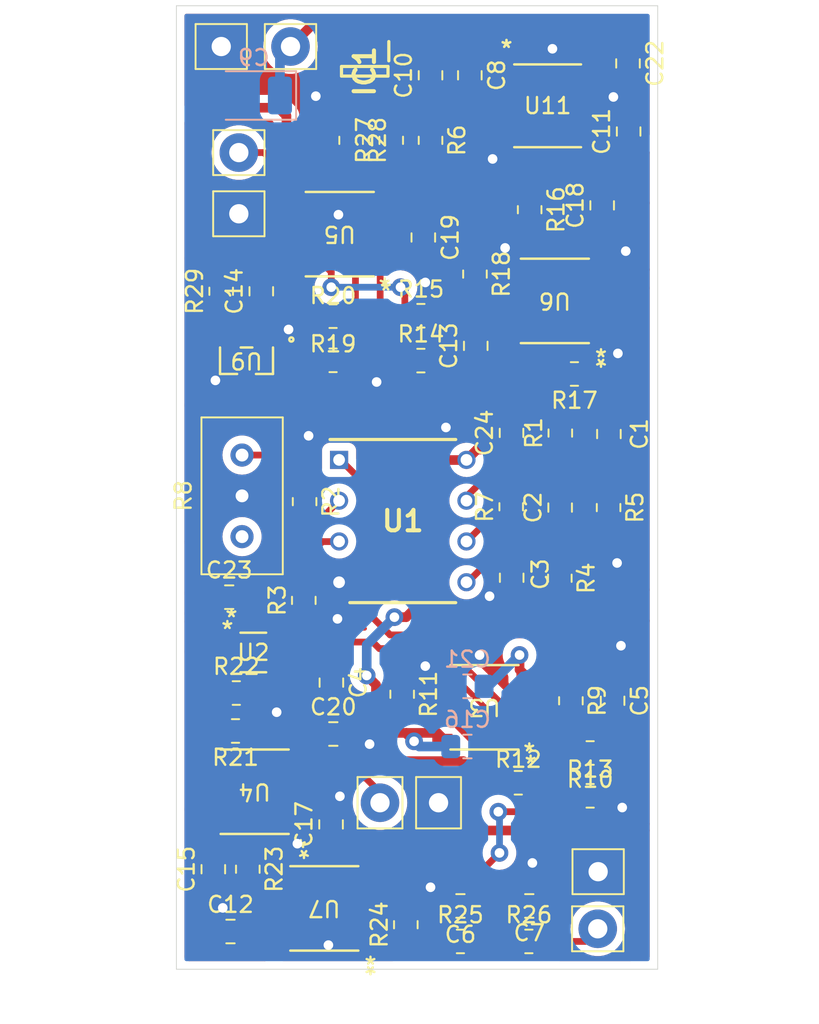
<source format=kicad_pcb>
(kicad_pcb (version 20240108) (generator "pcbnew") (generator_version "8.0")
  (layers (0 "F.Cu" signal) (31 "B.Cu" signal) (34 "B.Paste" user) (35 "F.Paste" user) (36 "B.SilkS" user "B.Silkscreen") (37 "F.SilkS" user "F.Silkscreen") (38 "B.Mask" user) (39 "F.Mask" user) (44 "Edge.Cuts" user))
  (net 0 "")
  (net 1 "GND")
  (net 2 "Net-(U1-COMPIN)")
  (net 3 "Net-(U1-RC)")
  (net 4 "Net-(U1-IREF)")
  (net 5 "/Vin")
  (net 6 "/F1")
  (net 7 "Net-(U2-D)")
  (net 8 "Net-(C2-Pad2)")
  (net 9 "Net-(C5-Pad2)")
  (net 10 "Net-(U2-S2)")
  (net 11 "Net-(R11-Pad2)")
  (net 12 "Net-(IC1-NC{slash}FB)")
  (net 13 "Net-(R16-Pad2)")
  (net 14 "Net-(R27-Pad1)")
  (net 15 "/Ux")
  (net 16 "/Uy")
  (net 17 "Net-(U5A-+)")
  (net 19 "Net-(U5B--)")
  (net 23 "Net-(U3B--)")
  (net 24 "Net-(R24-Pad1)")
  (net 25 "Net-(C6-Pad1)")
  (net 26 "/Vout")
  (net 27 "/Vdd")
  (net 28 "/Vcc")
  (net 29 "Net-(U11-CAP-)")
  (net 30 "Net-(U11-CAP+)")
  (net 31 "/Vss")
  (net 32 "Net-(U1-IOUT)")
  (net 33 "Net-(U2-S1)")
  (net 34 "Net-(U6A--)")
  (net 35 "Net-(U7A--)")
  (net 36 "Net-(U5A--)")
  (net 37 "Net-(U6B--)")
  (net 38 "Net-(U9-CATHODE)")
  (net 39 "Net-(U4B--)")
  (net 40 "Net-(U4B-+)")
  (net 41 "Net-(U7A-+)")
  (net 45 "Net-(R2-Pad1)")
  (footprint "Resistor_SMD:R_0805_2012Metric_Pad1.20x1.40mm_HandSolder" (layer "F.Cu") (at 113.3602 90.2462 90)
    (property "Reference" "R24")
    (property "Value" "R")
  )
  (footprint "Resistor_SMD:R_0805_2012Metric_Pad1.20x1.40mm_HandSolder" (layer "F.Cu") (at 120.3706 81.407)
    (property "Reference" "R12")
    (property "Value" "R")
  )
  (footprint "my_custom:TC7660COA" (layer "F.Cu") (at 122.2 39.25)
    (property "Reference" "U11")
    (property "Value" "TC7660COA")
  )
  (footprint "Resistor_SMD:R_0805_2012Metric_Pad1.20x1.40mm_HandSolder" (layer "F.Cu") (at 103.51 86.79 -90)
    (property "Reference" "R23")
    (property "Value" "R")
  )
  (footprint "Capacitor_SMD:C_0805_2012Metric_Pad1.18x1.45mm_HandSolder" (layer "F.Cu") (at 104.35 50.8 90)
    (property "Reference" "C14")
    (property "Value" "C")
  )
  (footprint "Resistor_SMD:R_0805_2012Metric_Pad1.20x1.40mm_HandSolder" (layer "F.Cu") (at 119.93 64.22 90)
    (property "Reference" "R7")
    (property "Value" "R")
  )
  (footprint "Capacitor_SMD:C_0805_2012Metric_Pad1.18x1.45mm_HandSolder" (layer "F.Cu") (at 127.25 40.85 90)
    (property "Reference" "C11")
    (property "Value" "C")
  )
  (footprint "my_custom:TLV2372_D8-L" (layer "F.Cu") (at 109.2418 47.244 180)
    (property "Reference" "U5")
    (property "Value" "TLV2372ID")
  )
  (footprint "Resistor_SMD:R_0805_2012Metric_Pad1.20x1.40mm_HandSolder" (layer "F.Cu") (at 114.3 52.324)
    (property "Reference" "R15")
    (property "Value" "R")
  )
  (footprint "Connector_Pin:Pin_D1.2mm_L11.3mm_W3.0mm_Flat" (layer "F.Cu") (at 102.95 42.164)
    (property "Reference" "REF**" (hide yes))
    (property "Value" "Pin_D1.2mm_L11.3mm_W3.0mm_Flat")
  )
  (footprint "Resistor_SMD:R_0805_2012Metric_Pad1.20x1.40mm_HandSolder" (layer "F.Cu") (at 124.85 82.2198)
    (property "Reference" "R13")
    (property "Value" "R")
  )
  (footprint "Capacitor_SMD:C_0805_2012Metric_Pad1.18x1.45mm_HandSolder" (layer "F.Cu") (at 102.35 69.85)
    (property "Reference" "C23")
    (property "Value" "C")
  )
  (footprint "Resistor_SMD:R_0805_2012Metric_Pad1.20x1.40mm_HandSolder" (layer "F.Cu") (at 113.1316 75.8952 -90)
    (property "Reference" "R11")
    (property "Value" "R")
  )
  (footprint "Capacitor_SMD:C_0805_2012Metric_Pad1.18x1.45mm_HandSolder" (layer "F.Cu") (at 116.7638 89.0778 180)
    (property "Reference" "C6")
    (property "Value" "C")
  )
  (footprint "my_custom:KS_6_ADI" (layer "F.Cu") (at 103.85425 73.293999)
    (property "Reference" "U2")
    (property "Value" "ADG779BKSZ-REEL7")
  )
  (footprint "my_custom:LM331_ofc" (layer "F.Cu") (at 113.17 65.11)
    (property "Reference" "U1")
    (property "Value" "LM331AN/NOPB" (hide yes))
  )
  (footprint "my_custom:TLV2372_D8-L" (layer "F.Cu") (at 108.2802 89.2302 180)
    (property "Reference" "U7")
    (property "Value" "TLV2372ID")
  )
  (footprint "Resistor_SMD:R_0805_2012Metric_Pad1.20x1.40mm_HandSolder" (layer "F.Cu") (at 114.3 55.118)
    (property "Reference" "R14")
    (property "Value" "R")
  )
  (footprint "Capacitor_SMD:C_0805_2012Metric_Pad1.18x1.45mm_HandSolder" (layer "F.Cu") (at 125.6 45.45 90)
    (property "Reference" "C18")
    (property "Value" "C")
  )
  (footprint "Capacitor_SMD:C_0805_2012Metric_Pad1.18x1.45mm_HandSolder" (layer "F.Cu") (at 108.7 84 90)
    (property "Reference" "C17")
    (property "Value" "C")
  )
  (footprint "my_custom:TLV2372_D8-L" (layer "F.Cu") (at 103.9368 81.9658 180)
    (property "Reference" "U4")
    (property "Value" "TLV2372ID")
  )
  (footprint "Capacitor_SMD:C_0805_2012Metric_Pad1.18x1.45mm_HandSolder" (layer "F.Cu") (at 114.9 37.35 90)
    (property "Reference" "C10")
    (property "Value" "C")
  )
  (footprint "Resistor_SMD:R_0805_2012Metric_Pad1.20x1.40mm_HandSolder" (layer "F.Cu") (at 123.65 76.3016 -90)
    (property "Reference" "R9")
    (property "Value" "R")
  )
  (footprint "Resistor_SMD:R_0805_2012Metric_Pad1.20x1.40mm_HandSolder" (layer "F.Cu") (at 122.99 59.63 90)
    (property "Reference" "R1")
    (property "Value" "R")
  )
  (footprint "Resistor_SMD:R_0805_2012Metric_Pad1.20x1.40mm_HandSolder" (layer "F.Cu") (at 108.825 55.1)
    (property "Reference" "R19")
    (property "Value" "R")
  )
  (footprint "Capacitor_SMD:C_0805_2012Metric_Pad1.18x1.45mm_HandSolder" (layer "F.Cu") (at 114.45 47.45 -90)
    (property "Reference" "C19")
    (property "Value" "C")
  )
  (footprint "Connector_Pin:Pin_D1.2mm_L11.3mm_W3.0mm_Flat" (layer "F.Cu") (at 125.3236 90.5002 180)
    (property "Reference" "REF**" (hide yes))
    (property "Value" "Pin_D1.2mm_L11.3mm_W3.0mm_Flat")
  )
  (footprint "Connector_Pin:Pin_D1.2mm_L11.3mm_W3.0mm_Flat" (layer "F.Cu") (at 102.95 45.974)
    (property "Reference" "REF**" (hide yes))
    (property "Value" "Pin_D1.2mm_L11.3mm_W3.0mm_Flat")
  )
  (footprint "Resistor_SMD:R_0805_2012Metric_Pad1.20x1.40mm_HandSolder" (layer "F.Cu") (at 108.825 52.35 180)
    (property "Reference" "R20")
    (property "Value" "R")
  )
  (footprint "Resistor_SMD:R_0805_2012Metric_Pad1.20x1.40mm_HandSolder" (layer "F.Cu") (at 126 64.27 -90)
    (property "Reference" "R5")
    (property "Value" "R")
  )
  (footprint "Resistor_SMD:R_0805_2012Metric_Pad1.20x1.40mm_HandSolder" (layer "F.Cu") (at 109.95 41.402 -90)
    (property "Reference" "R28")
    (property "Value" "R")
  )
  (footprint "Resistor_SMD:R_0805_2012Metric_Pad1.20x1.40mm_HandSolder" (layer "F.Cu") (at 122.96 68.67 -90)
    (property "Reference" "R4")
    (property "Value" "R")
  )
  (footprint "Resistor_SMD:R_0805_2012Metric_Pad1.20x1.40mm_HandSolder" (layer "F.Cu") (at 107 70.05 90)
    (property "Reference" "R3")
    (property "Value" "R")
  )
  (footprint "my_custom:TLV2372_D8-L" (layer "F.Cu") (at 118.2624 76.708 180)
    (property "Reference" "U3")
    (property "Value" "TLV2372ID")
  )
  (footprint "Resistor_SMD:R_0805_2012Metric_Pad1.20x1.40mm_HandSolder" (layer "F.Cu") (at 101.85 50.8 90)
    (property "Reference" "R29")
    (property "Value" "R")
  )
  (footprint "my_custom:LM4040" (layer "F.Cu") (at 103.429999 55.1252 180)
    (property "Reference" "U9")
    (property "Value" "LM4040BIM3-2.5/NOPB")
  )
  (footprint "Connector_Pin:Pin_D1.2mm_L11.3mm_W3.0mm_Flat" (layer "F.Cu") (at 115.4 82.65 90)
    (property "Reference" "REF**" (hide yes))
    (property "Value" "Pin_D1.2mm_L11.3mm_W3.0mm_Flat")
  )
  (footprint "Capacitor_SMD:C_0805_2012Metric_Pad1.18x1.45mm_HandSolder" (layer "F.Cu") (at 126.25 76.3 -90)
    (property "Reference" "C5")
    (property "Value" "C")
  )
  (footprint "Connector_Pin:Pin_D1.2mm_L11.3mm_W3.0mm_Flat" (layer "F.Cu") (at 111.75 82.65 90)
    (property "Reference" "REF**" (hide yes))
    (property "Value" "Pin_D1.2mm_L11.3mm_W3.0mm_Flat")
  )
  (footprint "Resistor_SMD:R_0805_2012Metric_Pad1.20x1.40mm_HandSolder" (layer "F.Cu") (at 121.08 45.72 -90)
    (property "Reference" "R16")
    (property "Value" "R")
  )
  (footprint "Capacitor_SMD:C_0805_2012Metric_Pad1.18x1.45mm_HandSolder" (layer "F.Cu") (at 127.21 36.61 -90)
    (property "Reference" "C22")
    (property "Value" "C")
  )
  (footprint "Resistor_SMD:R_0805_2012Metric_Pad1.20x1.40mm_HandSolder" (layer "F.Cu") (at 124.85 79.5528 180)
    (property "Reference" "R10")
    (property "Value" "R")
  )
  (footprint "Connector_Pin:Pin_D1.2mm_L11.3mm_W3.0mm_Flat" (layer "F.Cu") (at 101.854 35.56)
    (property "Reference" "REF**" (hide yes))
    (property "Value" "Pin_D1.2mm_L11.3mm_W3.0mm_Flat")
  )
  (footprint "Capacitor_SMD:C_0805_2012Metric_Pad1.18x1.45mm_HandSolder" (layer "F.Cu") (at 119.96 68.64 -90)
    (property "Reference" "C3")
    (property "Value" "C")
  )
  (footprint "Resistor_SMD:R_0805_2012Metric_Pad1.20x1.40mm_HandSolder" (layer "F.Cu") (at 102.7938 75.819)
    (property "Reference" "R22")
    (property "Value" "R")
  )
  (footprint "Capacitor_SMD:C_0805_2012Metric_Pad1.18x1.45mm_HandSolder" (layer "F.Cu") (at 121.0564 89.0778 180)
    (property "Reference" "C7")
    (property "Value" "C")
  )
  (footprint "Capacitor_SMD:C_0805_2012Metric_Pad1.18x1.45mm_HandSolder" (layer "F.Cu") (at 117.35 37.35 -90)
    (property "Reference" "C8")
    (property "Value" "C")
  )
  (footprint "Capacitor_SMD:C_0805_2012Metric_Pad1.18x1.45mm_HandSolder" (layer "F.Cu") (at 122.98 64.27 90)
    (property "Reference" "C2")
    (property "Value" "C")
  )
  (footprint "Capacitor_SMD:C_0805_2012Metric_Pad1.18x1.45mm_HandSolder" (layer "F.Cu") (at 102.43 90.67)
    (property "Reference" "C12")
    (property "Value" "C")
  )
  (footprint "my_custom:TPS6901DBVR" (layer "F.Cu") (at 110.8 37.1 -90)
    (property "Reference" "IC1")
    (property "Value" "TPS76901DBVR" (hide yes))
  )
  (footprint "Resistor_SMD:R_0805_2012Metric_Pad1.20x1.40mm_HandSolder" (layer "F.Cu") (at 123.87 55.95 180)
    (property "Reference" "R17")
    (property "Value" "R")
  )
  (footprint "Resistor_SMD:R_0805_2012Metric_Pad1.20x1.40mm_HandSolder" (layer "F.Cu") (at 117.67 49.73 -90)
    (property "Reference" "R18")
    (property "Value" "R")
  )
  (footprint "Capacitor_SMD:C_0805_2012Metric_Pad1.18x1.45mm_HandSolder" (layer "F.Cu") (at 117.72 54.2 90)
    (property "Reference" "C13")
    (property "Value" "C")
  )
  (footprint "Resistor_SMD:R_0805_2012Metric_Pad1.20x1.40mm_HandSolder" (layer "F.Cu") (at 107.05 63.9 -90)
    (property "Reference" "R2")
    (property "Value" "R")
  )
  (footprint "Capacitor_SMD:C_0805_2012Metric_Pad1.18x1.45mm_HandSolder" (layer "F.Cu") (at 119.95 59.62 90)
    (property "Reference" "C24")
    (property "Value" "C")
  )
  (footprint "Capacitor_SMD:C_0805_2012Metric_Pad1.18x1.45mm_HandSolder" (layer "F.Cu") (at 101.36 86.79 90)
    (property "Reference" "C15")
    (property "Value" "C")
  )
  (footprint "my_custom:TLV2372_D8-L" (layer "F.Cu") (at 122.65 51.4 180)
    (property "Reference" "U6")
    (property "Value" "TLV2372ID")
  )
  (footprint "Resistor_SMD:R_0805_2012Metric_Pad1.20x1.40mm_HandSolder" (layer "F.Cu") (at 114.9 41.402 -90)
    (property "Reference" "R6")
    (property "Value" "R")
  )
  (footprint "Potentiometer_THT:Potentiometer_Bourns_3296W_Vertical" (layer "F.Cu") (at 103.15 61 90)
    (property "Reference" "R8")
    (property "Value" "R_Variable")
  )
  (footprint "Capacitor_SMD:C_0805_2012Metric_Pad1.18x1.45mm_HandSolder" (layer "F.Cu") (at 108.72 75.17 -90)
    (property "Reference" "C4")
    (property "Value" "C")
  )
  (footprint "Capacitor_SMD:C_0805_2012Metric_Pad1.18x1.45mm_HandSolder" (layer "F.Cu") (at 126.02 59.69 90)
    (property "Reference" "C1")
    (property "Value" "C")
  )
  (footprint "Resistor_SMD:R_0805_2012Metric_Pad1.20x1.40mm_HandSolder" (layer "F.Cu") (at 112.45 41.4 90)
    (property "Reference" "R27")
    (property "Value" "R")
  )
  (footprint "Connector_Pin:Pin_D1.2mm_L11.3mm_W3.0mm_Flat" (layer "F.Cu") (at 125.349 86.9442 180)
    (property "Reference" "REF**" (hide yes))
    (property "Value" "Pin_D1.2mm_L11.3mm_W3.0mm_Flat")
  )
  (footprint "Capacitor_SMD:C_0805_2012Metric_Pad1.18x1.45mm_HandSolder" (layer "F.Cu") (at 108.84 78.37)
    (property "Reference" "C20")
    (property "Value" "C")
  )
  (footprint "Resistor_SMD:R_0805_2012Metric_Pad1.20x1.40mm_HandSolder" (layer "F.Cu") (at 116.7638 91.2876)
    (property "Reference" "R25")
    (property "Value" "R")
  )
  (footprint "Resistor_SMD:R_0805_2012Metric_Pad1.20x1.40mm_HandSolder" (layer "F.Cu") (at 102.743 78.1812 180)
    (property "Reference" "R21")
    (property "Value" "R")
  )
  (footprint "Resistor_SMD:R_0805_2012Metric_Pad1.20x1.40mm_HandSolder" (layer "F.Cu") (at 121.031 91.2876)
    (property "Reference" "R26")
    (property "Value" "R")
  )
  (footprint "Connector_Pin:Pin_D1.2mm_L11.3mm_W3.0mm_Flat" (layer "F.Cu") (at 106.172 35.56)
    (property "Reference" "REF**" (hide yes))
    (property "Value" "Pin_D1.2mm_L11.3mm_W3.0mm_Flat")
  )
  (footprint "Capacitor_Tantalum_SMD:CP_EIA-3528-21_Kemet-B_Pad1.50x2.35mm_HandSolder" (layer "B.Cu") (at 103.886 38.608 180)
    (property "Reference" "C9")
    (property "Value" "C")
  )
  (footprint "Capacitor_SMD:C_0805_2012Metric_Pad1.18x1.45mm_HandSolder" (layer "B.Cu") (at 117.2 75.4 180)
    (property "Reference" "C21")
    (property "Value" "C")
  )
  (footprint "Capacitor_SMD:C_0805_2012Metric_Pad1.18x1.45mm_HandSolder" (layer "B.Cu") (at 117.2 79.15 180)
    (property "Reference" "C16")
    (property "Value" "C")
  )
  (gr_line (start 99.06 93.02) (end 99.06 33.02) (stroke (width 0.05)) (layer "Edge.Cuts"))
  (gr_line (start 99.06 33.02) (end 129.06 33.02) (stroke (width 0.05)) (layer "Edge.Cuts"))
  (gr_line (start 99.06 93.02) (end 129.06 93.02) (stroke (width 0.05)) (layer "Edge.Cuts"))
  (gr_line (start 129.06 33.02) (end 129.06 93.02) (stroke (width 0.05)) (layer "Edge.Cuts"))
  (via (at 121.25 86.4) (size 1.1) (drill 0.6) (layers "F.Cu" "B.Cu") (net 1))
  (via (at 126.3 38.7) (size 1.1) (drill 0.6) (layers "F.Cu" "B.Cu") (net 1))
  (via (at 127.07 48.3) (size 1.1) (drill 0.6) (layers "F.Cu" "B.Cu") (net 1))
  (via (at 101.95 89.2) (size 1.1) (drill 0.6) (layers "F.Cu" "B.Cu") (net 1))
  (via (at 126.7714 72.8726) (size 1.1) (drill 0.6) (layers "F.Cu" "B.Cu") (net 1))
  (via (at 101.49 56.35) (size 1.1) (drill 0.6) (layers "F.Cu" "B.Cu") (net 1))
  (via (at 126.53 67.72) (size 1.1) (drill 0.6) (layers "F.Cu" "B.Cu") (net 1))
  (via (at 122.5 35.7) (size 1.1) (drill 0.6) (layers "F.Cu" "B.Cu") (net 1))
  (via (at 108.5342 91.5162) (size 1.1) (drill 0.6) (layers "F.Cu" "B.Cu") (net 1))
  (via (at 119.55 48.1) (size 1.1) (drill 0.6) (layers "F.Cu" "B.Cu") (net 1))
  (via (at 114.575597 74.1426) (size 1.1) (drill 0.6) (layers "F.Cu" "B.Cu") (net 1))
  (via (at 118.58 69.79) (size 1.1) (drill 0.6) (layers "F.Cu" "B.Cu") (net 1))
  (via (at 114.9 87.9142) (size 1.1) (drill 0.6) (layers "F.Cu" "B.Cu") (net 1))
  (via (at 111.101735 79.0008) (size 1.1) (drill 0.6) (layers "F.Cu" "B.Cu") (net 1))
  (via (at 109.16 46.03) (size 1.1) (drill 0.6) (layers "F.Cu" "B.Cu") (net 1))
  (via (at 107.3 59.8) (size 1.1) (drill 0.6) (layers "F.Cu" "B.Cu") (net 1))
  (via (at 114.575 50.25) (size 1.1) (drill 0.6) (layers "F.Cu" "B.Cu") (net 1))
  (via (at 106.05 53.18) (size 1.1) (drill 0.6) (layers "F.Cu" "B.Cu") (net 1))
  (via (at 111.54 56.45) (size 1.1) (drill 0.6) (layers "F.Cu" "B.Cu") (net 1))
  (via (at 126.85 82.95) (size 1.1) (drill 0.6) (layers "F.Cu" "B.Cu") (net 1))
  (via (at 118.77 42.56) (size 1.1) (drill 0.6) (layers "F.Cu" "B.Cu") (net 1))
  (via (at 115.86 59.28) (size 1.1) (drill 0.6) (layers "F.Cu" "B.Cu") (net 1))
  (via (at 109.1 71.2) (size 1.1) (drill 0.6) (layers "F.Cu" "B.Cu") (net 1))
  (via (at 117.9576 73.4568) (size 1.1) (drill 0.6) (layers "F.Cu" "B.Cu") (net 1))
  (via (at 107.75 38.65) (size 1.1) (drill 0.6) (layers "F.Cu" "B.Cu") (net 1))
  (via (at 106.6 85.2) (size 1.1) (drill 0.6) (layers "F.Cu" "B.Cu") (net 1))
  (via (at 109.25 82.25) (size 1.1) (drill 0.6) (layers "F.Cu" "B.Cu") (net 1))
  (via (at 105.3084 77.0128) (size 1.1) (drill 0.6) (layers "F.Cu" "B.Cu") (net 1))
  (via (at 126.58 54.67) (size 1.1) (drill 0.6) (layers "F.Cu" "B.Cu") (net 1))
  (segment (start 126.02 60.7275) (end 123.0875 60.7275) (width 0.42) (layer "F.Cu") (net 2))
  (segment (start 122.93 60.69) (end 122.99 60.63) (width 0.42) (layer "F.Cu") (net 2))
  (segment (start 122.93 61.25) (end 122.93 60.69) (width 0.42) (layer "F.Cu") (net 2))
  (segment (start 118.82 61.91) (end 122.27 61.91) (width 0.42) (layer "F.Cu") (net 2))
  (segment (start 122.27 61.91) (end 122.93 61.25) (width 0.42) (layer "F.Cu") (net 2))
  (segment (start 123.0875 60.7275) (end 122.99 60.63) (width 0.42) (layer "F.Cu") (net 2))
  (segment (start 117.14 63.85) (end 117.14 63.59) (width 0.42) (layer "F.Cu") (net 2))
  (segment (start 117.14 63.59) (end 118.82 61.91) (width 0.42) (layer "F.Cu") (net 2))
  (segment (start 122.8525 67.6025) (end 122.92 67.67) (width 0.42) (layer "F.Cu") (net 3))
  (segment (start 117.16 68.971) (end 118.5285 67.6025) (width 0.42) (layer "F.Cu") (net 3))
  (segment (start 119.96 67.6025) (end 122.8925 67.6025) (width 0.42) (layer "F.Cu") (net 3))
  (segment (start 118.5285 67.6025) (end 119.96 67.6025) (width 0.42) (layer "F.Cu") (net 3))
  (segment (start 122.8925 67.6025) (end 122.96 67.67) (width 0.42) (layer "F.Cu") (net 3))
  (segment (start 108.15 64.9) (end 109.2 63.85) (width 0.42) (layer "F.Cu") (net 4))
  (segment (start 107.05 64.9) (end 108.15 64.9) (width 0.42) (layer "F.Cu") (net 4))
  (segment (start 122.36 58.63) (end 120.85 57.12) (width 0.42) (layer "F.Cu") (net 5))
  (segment (start 120.02745 52.035) (end 120.4021 52.035) (width 0.42) (layer "F.Cu") (net 5))
  (segment (start 118.975 52.035) (end 117.67 50.73) (width 0.42) (layer "F.Cu") (net 5))
  (segment (start 120.02745 52.035) (end 118.975 52.035) (width 0.42) (layer "F.Cu") (net 5))
  (segment (start 122.99 58.63) (end 122.36 58.63) (width 0.42) (layer "F.Cu") (net 5))
  (segment (start 120.4021 52.035) (end 121.45 53.0829) (width 0.42) (layer "F.Cu") (net 5))
  (segment (start 120.85 54.2051) (end 120.85 57.12) (width 0.42) (layer "F.Cu") (net 5))
  (segment (start 121.45 53.0829) (end 121.45 53.6051) (width 0.42) (layer "F.Cu") (net 5))
  (segment (start 121.45 53.6051) (end 120.85 54.2051) (width 0.42) (layer "F.Cu") (net 5))
  (segment (start 107 69.1) (end 107 69.05) (width 0.42) (layer "F.Cu") (net 6))
  (segment (start 105.005 71.095) (end 107 69.1) (width 0.42) (layer "F.Cu") (net 6))
  (segment (start 102.743 72.644) (end 102.743 72.207) (width 0.42) (layer "F.Cu") (net 6))
  (segment (start 107 67.55) (end 107 69.05) (width 0.42) (layer "F.Cu") (net 6))
  (segment (start 102.743 72.207) (end 103.855 71.095) (width 0.42) (layer "F.Cu") (net 6))
  (segment (start 102.732999 72.633999) (end 102.743 72.633999) (width 0.42) (layer "F.Cu") (net 6))
  (segment (start 103.855 71.095) (end 105.005 71.095) (width 0.42) (layer "F.Cu") (net 6))
  (segment (start 108.16 66.39) (end 107 67.55) (width 0.42) (layer "F.Cu") (net 6))
  (segment (start 109.2 66.39) (end 108.16 66.39) (width 0.42) (layer "F.Cu") (net 6))
  (segment (start 106.792699 73.293999) (end 107.6312 74.1325) (width 0.42) (layer "F.Cu") (net 7))
  (segment (start 107.6312 74.1325) (end 108.72 74.1325) (width 0.42) (layer "F.Cu") (net 7))
  (segment (start 104.9655 73.293999) (end 106.792699 73.293999) (width 0.42) (layer "F.Cu") (net 7))
  (segment (start 122.98 63.2325) (end 125.9625 63.2325) (width 0.42) (layer "F.Cu") (net 8))
  (segment (start 119.93 63.22) (end 122.9675 63.22) (width 0.42) (layer "F.Cu") (net 8))
  (segment (start 125.9625 63.2325) (end 126 63.27) (width 0.42) (layer "F.Cu") (net 8))
  (segment (start 122.9675 63.22) (end 122.98 63.2325) (width 0.42) (layer "F.Cu") (net 8))
  (segment (start 125.9325 63.4125) (end 125.99 63.47) (width 0.42) (layer "F.Cu") (net 8))
  (segment (start 126.25 77.3375) (end 126.25 79.1528) (width 0.42) (layer "F.Cu") (net 9))
  (segment (start 126.25 79.1528) (end 125.85 79.5528) (width 0.42) (layer "F.Cu") (net 9))
  (segment (start 120.88495 78.613) (end 121.587 78.613) (width 0.42) (layer "F.Cu") (net 9))
  (segment (start 123.65 77.3016) (end 126.2141 77.3016) (width 0.42) (layer "F.Cu") (net 9))
  (segment (start 122.8984 77.3016) (end 123.65 77.3016) (width 0.42) (layer "F.Cu") (net 9))
  (segment (start 126.2141 77.3016) (end 126.25 77.3375) (width 0.42) (layer "F.Cu") (net 9))
  (segment (start 121.587 78.613) (end 122.8984 77.3016) (width 0.42) (layer "F.Cu") (net 9))
  (segment (start 120.88495 77.343) (end 121.6086 77.343) (width 0.42) (layer "F.Cu") (net 10))
  (segment (start 111.3028 72.644) (end 111.7092 73.0504) (width 0.42) (layer "F.Cu") (net 10))
  (segment (start 104.9655 72.644) (end 111.3028 72.644) (width 0.42) (layer "F.Cu") (net 10))
  (segment (start 121.6086 77.343) (end 123.65 75.3016) (width 0.42) (layer "F.Cu") (net 10))
  (segment (start 115.8748 73.0504) (end 120.1674 77.343) (width 0.42) (layer "F.Cu") (net 10))
  (segment (start 123.65 75.3016) (end 126.2109 75.3016) (width 0.42) (layer "F.Cu") (net 10))
  (segment (start 120.1674 77.343) (end 120.88495 77.343) (width 0.42) (layer "F.Cu") (net 10))
  (segment (start 126.2109 75.3016) (end 126.25 75.2625) (width 0.42) (layer "F.Cu") (net 10))
  (segment (start 111.7092 73.0504) (end 115.8748 73.0504) (width 0.42) (layer "F.Cu") (net 10))
  (segment (start 119.3706 80.6411) (end 119.3706 81.407) (width 0.42) (layer "F.Cu") (net 11))
  (segment (start 116.0725 77.343) (end 119.3706 80.6411) (width 0.42) (layer "F.Cu") (net 11))
  (segment (start 115.63985 77.343) (end 113.5794 77.343) (width 0.42) (layer "F.Cu") (net 11))
  (segment (start 115.63985 77.343) (end 116.0725 77.343) (width 0.42) (layer "F.Cu") (net 11))
  (segment (start 113.5794 77.343) (end 113.1316 76.8952) (width 0.42) (layer "F.Cu") (net 11))
  (segment (start 109.85 38.35) (end 109.85 40.302) (width 0.42) (layer "F.Cu") (net 12))
  (segment (start 112.448 40.402) (end 112.45 40.4) (width 0.42) (layer "F.Cu") (net 12))
  (segment (start 109.85 40.302) (end 109.95 40.402) (width 0.42) (layer "F.Cu") (net 12))
  (segment (start 109.95 40.402) (end 112.448 40.402) (width 0.42) (layer "F.Cu") (net 12))
  (segment (start 124.2239 53.305) (end 125.27255 53.305) (width 0.42) (layer "F.Cu") (net 13))
  (segment (start 124.2239 53.305) (end 124.87 53.9511) (width 0.42) (layer "F.Cu") (net 13))
  (segment (start 124.87 53.9511) (end 124.87 55.95) (width 0.42) (layer "F.Cu") (net 13))
  (segment (start 123.80945 52.89055) (end 124.2239 53.305) (width 0.42) (layer "F.Cu") (net 13))
  (segment (start 121.44 47.08) (end 121.44 50.5211) (width 0.42) (layer "F.Cu") (net 13))
  (segment (start 121.44 50.5211) (end 123.80945 52.89055) (width 0.42) (layer "F.Cu") (net 13))
  (segment (start 121.08 46.72) (end 121.44 47.08) (width 0.42) (layer "F.Cu") (net 13))
  (segment (start 114.898 42.4) (end 114.9 42.402) (width 0.42) (layer "F.Cu") (net 14))
  (segment (start 112.45 42.4) (end 114.898 42.4) (width 0.42) (layer "F.Cu") (net 14))
  (segment (start 106.55935 82.6008) (end 106.7992 82.6008) (width 0.42) (layer "F.Cu") (net 15))
  (segment (start 108.3 81.1) (end 110.85 81.1) (width 0.42) (layer "F.Cu") (net 15))
  (segment (start 111.59 81.84) (end 111.59 82.65) (width 0.42) (layer "F.Cu") (net 15))
  (segment (start 106.7992 82.6008) (end 108.3 81.1) (width 0.42) (layer "F.Cu") (net 15))
  (segment (start 110.85 81.1) (end 111.59 81.84) (width 0.42) (layer "F.Cu") (net 15))
  (segment (start 106.61925 44.26925) (end 104.514 42.164) (width 0.42) (layer "F.Cu") (net 16))
  (segment (start 104.514 42.164) (end 102.95 42.164) (width 0.42) (layer "F.Cu") (net 16))
  (segment (start 106.61925 45.339) (end 106.61925 44.26925) (width 0.42) (layer "F.Cu") (net 16))
  (segment (start 110.22 47.8007) (end 110.22 51.38) (width 0.42) (layer "F.Cu") (net 17))
  (segment (start 109.825 52.35) (end 109.825 55.1) (width 0.42) (layer "F.Cu") (net 17))
  (segment (start 111.86435 46.609) (end 111.4117 46.609) (width 0.42) (layer "F.Cu") (net 17))
  (segment (start 110.22 51.38) (end 109.825 51.775) (width 0.42) (layer "F.Cu") (net 17))
  (segment (start 109.825 51.775) (end 109.825 52.35) (width 0.42) (layer "F.Cu") (net 17))
  (segment (start 111.4117 46.609) (end 110.22 47.8007) (width 0.42) (layer "F.Cu") (net 17))
  (segment (start 106.61925 46.609) (end 106.61925 47.879) (width 0.42) (layer "F.Cu") (net 19))
  (segment (start 113.3 50.816) (end 113.03 50.546) (width 0.42) (layer "F.Cu") (net 19))
  (segment (start 108.712 50.546) (end 108.712 49.5971) (width 0.42) (layer "F.Cu") (net 19))
  (segment (start 113.3 52.324) (end 113.3 50.816) (width 0.42) (layer "F.Cu") (net 19))
  (segment (start 106.9939 47.879) (end 106.61925 47.879) (width 0.42) (layer "F.Cu") (net 19))
  (segment (start 108.712 49.5971) (end 106.9939 47.879) (width 0.42) (layer "F.Cu") (net 19))
  (via (at 113.03 50.546) (size 1.1) (drill 0.6) (layers "F.Cu" "B.Cu") (net 19))
  (via (at 108.712 50.546) (size 1.1) (drill 0.6) (layers "F.Cu" "B.Cu") (net 19))
  (segment (start 113.03 50.546) (end 108.712 50.546) (width 0.42) (layer "B.Cu") (net 19))
  (segment (start 123.5108 79.5528) (end 119.888 79.5528) (width 0.42) (layer "F.Cu") (net 23))
  (segment (start 119.888 79.5528) (end 116.4082 76.073) (width 0.42) (layer "F.Cu") (net 23))
  (segment (start 113.1316 74.8952) (end 114.3094 76.073) (width 0.42) (layer "F.Cu") (net 23))
  (segment (start 114.3094 76.073) (end 115.63985 76.073) (width 0.42) (layer "F.Cu") (net 23))
  (segment (start 116.4082 76.073) (end 115.63985 76.073) (width 0.42) (layer "F.Cu") (net 23))
  (segment (start 115.7224 91.2462) (end 115.7638 91.2876) (width 0.42) (layer "F.Cu") (net 24))
  (segment (start 113.3602 91.2462) (end 115.7224 91.2462) (width 0.42) (layer "F.Cu") (net 24))
  (segment (start 113.3602 91.2462) (end 111.01375 91.2462) (width 0.42) (layer "F.Cu") (net 24))
  (segment (start 111.01375 91.2462) (end 110.90275 91.1352) (width 0.42) (layer "F.Cu") (net 24))
  (segment (start 117.7638 91.2876) (end 117.7638 89.1153) (width 0.42) (layer "F.Cu") (net 25))
  (segment (start 117.7638 89.1153) (end 117.8013 89.0778) (width 0.42) (layer "F.Cu") (net 25))
  (segment (start 117.7638 91.2876) (end 120.031 91.2876) (width 0.42) (layer "F.Cu") (net 25))
  (segment (start 122.0939 89.0778) (end 122.0939 91.2247) (width 0.42) (layer "F.Cu") (net 26))
  (segment (start 124.5362 91.2876) (end 125.3236 90.5002) (width 0.42) (layer "F.Cu") (net 26))
  (segment (start 122.0939 91.2247) (end 122.031 91.2876) (width 0.42) (layer "F.Cu") (net 26))
  (segment (start 122.031 91.2876) (end 124.5362 91.2876) (width 0.42) (layer "F.Cu") (net 26))
  (segment (start 112.9 35.85) (end 113.2 35.55) (width 0.6) (layer "F.Cu") (net 27))
  (segment (start 111.75 35.85) (end 112.9 35.85) (width 0.6) (layer "F.Cu") (net 27))
  (segment (start 113.18 33.93) (end 123.58 33.93) (width 0.6) (layer "F.Cu") (net 27))
  (segment (start 107.802 33.93) (end 113.18 33.93) (width 0.6) (layer "F.Cu") (net 27))
  (segment (start 127.21 35.5725) (end 127.21 35.0225) (width 0.42) (layer "F.Cu") (net 27))
  (segment (start 106.172 35.56) (end 107.802 33.93) (width 0.6) (layer "F.Cu") (net 27))
  (segment (start 124.5114 34.8614) (end 123.58 33.93) (width 0.6) (layer "F.Cu") (net 27))
  (segment (start 113.2 33.95) (end 113.18 33.93) (width 0.6) (layer "F.Cu") (net 27))
  (segment (start 126.1175 33.93) (end 127.03 34.8425) (width 0.6) (layer "F.Cu") (net 27))
  (segment (start 124.5114 37.345) (end 124.5114 34.8614) (width 0.6) (layer "F.Cu") (net 27))
  (segment (start 123.58 33.93) (end 126.1175 33.93) (width 0.6) (layer "F.Cu") (net 27))
  (segment (start 127.21 35.0225) (end 127.03 34.8425) (width 0.42) (layer "F.Cu") (net 27))
  (segment (start 113.2 35.55) (end 113.2 33.95) (width 0.6) (layer "F.Cu") (net 27))
  (segment (start 105.511 38.608) (end 105.511 36.221) (width 0.6) (layer "B.Cu") (net 27))
  (segment (start 105.511 36.221) (end 106.172 35.56) (width 0.6) (layer "B.Cu") (net 27))
  (segment (start 115.824 57.912) (end 117.838 57.912) (width 0.6) (layer "F.Cu") (net 28))
  (segment (start 117.7925 60.6575) (end 119.95 60.6575) (width 0.6) (layer "F.Cu") (net 28))
  (segment (start 110.9218 74.7268) (end 111.5 75.305) (width 0.6) (layer "F.Cu") (net 28))
  (segment (start 99.900399 73.293999) (end 99.86 73.2536) (width 0.42) (layer "F.Cu") (net 28))
  (segment (start 115.208 71.21) (end 114.239 70.241) (width 0.6) (layer "F.Cu") (net 28))
  (segment (start 108.458 43.942) (end 105.918 41.402) (width 0.6) (layer "F.Cu") (net 28))
  (segment (start 99.86 83.05) (end 99.86 92.22) (width 0.6) (layer "F.Cu") (net 28))
  (segment (start 101.3125 69.85) (end 101.15 70.0125) (width 0.42) (layer "F.Cu") (net 28))
  (segment (start 111.5 75.305) (end 111.5 77.9) (width 0.6) (layer "F.Cu") (net 28))
  (segment (start 99.86 49.6) (end 100.06 49.8) (width 0.6) (layer "F.Cu") (net 28))
  (segment (start 104.10735 72.0462) (end 104.35355 71.8) (width 0.42) (layer "F.Cu") (net 28))
  (segment (start 112.649 57.912) (end 110 57.912) (width 0.6) (layer "F.Cu") (net 28))
  (segment (start 99.86 69.6) (end 99.86 70.866) (width 0.6) (layer "F.Cu") (net 28))
  (segment (start 116.602 40.402) (end 114.9 40.402) (width 0.6) (layer "F.Cu") (net 28))
  (segment (start 99.86 70.866) (end 99.86 71.374) (width 0.6) (layer "F.Cu") (net 28))
  (segment (start 105.65765 91.1352) (end 103.9327 91.1352) (width 0.6) (layer "F.Cu") (net 28))
  (segment (start 116.958 43.942) (end 108.458 43.942) (width 0.6) (layer "F.Cu") (net 28))
  (segment (start 117.72 53.1625) (end 119.88495 53.1625) (width 0.6) (layer "F.Cu") (net 28))
  (segment (start 121.73 71.21) (end 115.208 71.21) (width 0.6) (layer "F.Cu") (net 28))
  (segment (start 115.824 57.912) (end 112.649 57.912) (width 0.6) (layer "F.Cu") (net 28))
  (segment (start 106.25 71.8) (end 107 71.05) (width 0.42) (layer "F.Cu") (net 28))
  (segment (start 122.96 69.98) (end 121.73 71.21) (width 0.6) (layer "F.Cu") (net 28))
  (segment (start 114.239 59.679) (end 114.239 70.241) (width 0.6) (layer "F.Cu") (net 28))
  (segment (start 101.36 85.7525) (end 101.36 83.91655) (width 0.6) (layer "F.Cu") (net 28))
  (segment (start 117.14 61.31) (end 117.7925 60.6575) (width 0.6) (layer "F.Cu") (net 28))
  (segment (start 115.32685 78.3) (end 115.63985 78.613) (width 0.6) (layer "F.Cu") (net 28))
  (segment (start 113.4 78.35) (end 113.4 78.3) (width 0.6) (layer "F.Cu") (net 28))
  (segment (start 103.548951 73.293999) (end 104.10735 72.7356) (width 0.42) (layer "F.Cu") (net 28))
  (segment (start 102.743 73.293999) (end 103.548951 73.293999) (width 0.42) (layer "F.Cu") (net 28))
  (segment (start 101.85 49.8) (end 104.3125 49.8) (width 0.6) (layer "F.Cu") (net 28))
  (segment (start 99.86 66.421) (end 99.86 69.6) (width 0.6) (layer "F.Cu") (net 28))
  (segment (start 104.35 49.7625) (end 106.00575 49.7625) (width 0.6) (layer "F.Cu") (net 28))
  (segment (start 100.6808 83.8708) (end 99.86 83.05) (width 0.6) (layer "F.Cu") (net 28))
  (segment (start 117.45 43.45) (end 116.958 43.942) (width 0.6) (layer "F.Cu") (net 28))
  (segment (start 99.86 49.6) (end 99.86 57.912) (width 0.6) (layer "F.Cu") (net 28))
  (segment (start 99.876 71.358) (end 99.86 71.374) (width 0.42) (layer "F.Cu") (net 28))
  (segment (start 114.9 40.402) (end 114.9 38.3875) (width 0.6) (layer "F.Cu") (net 28))
  (segment (start 114.8625 38.35) (end 114.9 38.3875) (width 0.6) (layer "F.Cu") (net 28))
  (segment (start 113.3854 71.0946) (end 114.239 70.241) (width 0.6) (layer "F.Cu") (net 28))
  (segment (start 99.86 40.348) (end 99.86 48.768) (width 0.6) (layer "F.Cu") (net 28))
  (segment (start 101.36 83.91655) (end 101.31425 83.8708) (width 0.6) (layer "F.Cu") (net 28))
  (segment (start 113.875 78.825) (end 113.4 78.35) (width 0.6) (layer "F.Cu") (net 28))
  (segment (start 105.41 39.37) (end 100.838 39.37) (width 0.6) (layer "F.Cu") (net 28))
  (segment (start 101.15 72.50695) (end 101.937049 73.293999) (width 0.42) (layer "F.Cu") (net 28))
  (segment (start 119.88495 53.1625) (end 120.02745 53.305) (width 0.6) (layer "F.Cu") (net 28))
  (segment (start 105.918 41.402) (end 105.918 39.878) (width 0.6) (layer "F.Cu") (net 28))
  (segment (start 122.96 69.67) (end 122.96 69.98) (width 0.6) (layer "F.Cu") (net 28))
  (segment (start 111.9 78.3) (end 113.4 78.3) (width 0.6) (layer "F.Cu") (net 28))
  (segment (start 104.57285 92.22) (end 105.65765 91.1352) (width 0.6) (layer "F.Cu") (net 28))
  (segment (start 120.02 60.97) (end 120.02 60.83) (width 0.42) (layer "F.Cu") (net 28))
  (segment (start 117.838 57.912) (end 120.02745 55.72255) (width 0.6) (layer "F.Cu") (net 28))
  (segment (start 101.15 70.0125) (end 101.15 72.50695) (width 0.42) (layer "F.Cu") (net 28))
  (segment (start 112.472 57.912) (end 114.239 59.679) (width 0.6) (layer "F.Cu") (net 28))
  (segment (start 111.5 77.9) (end 111.9 78.3) (width 0.6) (layer "F.Cu") (net 28))
  (segment (start 111.75 38.35) (end 114.8625 38.35) (width 0.6) (layer "F.Cu") (net 28))
  (segment (start 115.87 61.31) (end 117.14 61.31) (width 0.6) (layer "F.Cu") (net 28))
  (segment (start 113.4 78.3) (end 115.32685 78.3) (width 0.6) (layer "F.Cu") (net 28))
  (segment (start 105.918 39.878) (end 105.41 39.37) (width 0.6) (layer "F.Cu") (net 28))
  (segment (start 104.10735 72.7356) (end 104.10735 72.0462) (width 0.42) (layer "F.Cu") (net 28))
  (segment (start 101.1 73.293999) (end 99.900399 73.293999) (width 0.42) (layer "F.Cu") (net 28))
  (segment (start 104.3125 49.8) (end 104.35 49.7625) (width 0.6) (layer "F.Cu") (net 28))
  (segment (start 104.35355 71.8) (end 106.25 71.8) (width 0.42) (layer "F.Cu") (net 28))
  (segment (start 117.45 41.25) (end 117.45 43.45) (width 0.6) (layer "F.Cu") (net 28))
  (segment (start 120.02745 55.72255) (end 120.02745 53.305) (width 0.6) (layer "F.Cu") (net 28))
  (segment (start 114.239 59.679) (end 115.87 61.31) (width 0.6) (layer "F.Cu") (net 28))
  (segment (start 101.31425 83.8708) (end 100.6808 83.8708) (width 0.6) (layer "F.Cu") (net 28))
  (segment (start 100.06 49.8) (end 101.85 49.8) (width 0.6) (layer "F.Cu") (net 28))
  (segment (start 99.86 57.912) (end 99.86 66.421) (width 0.6) (layer "F.Cu") (net 28))
  (segment (start 99.86 48.768) (end 99.86 49.6) (width 0.6) (layer "F.Cu") (net 28))
  (segment (start 102.743 73.293999) (end 101.1 73.293999) (width 0.42) (layer "F.Cu") (net 28))
  (segment (start 100.838 39.37) (end 99.86 40.348) (width 0.6) (layer "F.Cu") (net 28))
  (segment (start 110 57.912) (end 112.472 57.912) (width 0.6) (layer "F.Cu") (net 28))
  (segment (start 106.00575 49.7625) (end 106.61925 49.149) (width 0.6) (layer "F.Cu") (net 28))
  (segment (start 112.649 71.0946) (end 113.3854 71.0946) (width 0.6) (layer "F.Cu") (net 28))
  (segment (start 101.937049 73.293999) (end 102.743 73.293999) (width 0.42) (layer "F.Cu") (net 28))
  (segment (start 103.9327 91.1352) (end 103.4675 90.67) (width 0.6) (layer "F.Cu") (net 28))
  (segment (start 99.86 73.2536) (end 99.86 83.05) (width 0.6) (layer "F.Cu") (net 28))
  (segment (start 99.86 71.374) (end 99.86 73.2536) (width 0.6) (layer "F.Cu") (net 28))
  (segment (start 110 57.912) (end 99.86 57.912) (width 0.6) (layer "F.Cu") (net 28))
  (segment (start 99.86 92.22) (end 104.57285 92.22) (width 0.6) (layer "F.Cu") (net 28))
  (segment (start 117.45 41.25) (end 116.602 40.402) (width 0.6) (layer "F.Cu") (net 28))
  (via (at 112.649 71.0946) (size 1.1) (drill 0.6) (layers "F.Cu" "B.Cu") (net 28))
  (via (at 113.875 78.825) (size 1.1) (drill 0.6) (layers "F.Cu" "B.Cu") (net 28))
  (via (at 110.9218 74.7268) (size 1.1) (drill 0.6) (layers "F.Cu" "B.Cu") (net 28))
  (segment (start 110.9218 72.8218) (end 110.9218 74.7268) (width 0.6) (layer "B.Cu") (net 28))
  (segment (start 114.2 79.15) (end 113.875 78.825) (width 0.6) (layer "B.Cu") (net 28))
  (segment (start 112.649 71.0946) (end 110.9218 72.8218) (width 0.6) (layer "B.Cu") (net 28))
  (segment (start 116.1625 79.15) (end 114.2 79.15) (width 0.6) (layer "B.Cu") (net 28))
  (segment (start 117.35 38.3875) (end 117.35 39.8) (width 0.42) (layer "F.Cu") (net 29))
  (segment (start 117.35 39.8) (end 118.705 41.155) (width 0.42) (layer "F.Cu") (net 29))
  (segment (start 118.705 41.155) (end 119.8886 41.155) (width 0.42) (layer "F.Cu") (net 29))
  (segment (start 121.65 38.1) (end 121.135 38.615) (width 0.42) (layer "F.Cu") (net 30))
  (segment (start 121.135 38.615) (end 119.8886 38.615) (width 0.42) (layer "F.Cu") (net 30))
  (segment (start 117.35 36.3125) (end 121.1125 36.3125) (width 0.42) (layer "F.Cu") (net 30))
  (segment (start 121.1125 36.3125) (end 121.65 36.85) (width 0.42) (layer "F.Cu") (net 30))
  (segment (start 121.65 36.85) (end 121.65 38.1) (width 0.42) (layer "F.Cu") (net 30))
  (segment (start 111.87335 45.33) (end 111.86435 45.339) (width 0.6) (layer "F.Cu") (net 31))
  (segment (start 121.3104 74.803) (end 124.7902 71.3232) (width 0.6) (layer "F.Cu") (net 31))
  (segment (start 128.26 42.1725) (end 128.26 45.3) (width 0.6) (layer "F.Cu") (net 31))
  (segment (start 109.25 86.8) (end 109.25 85.5875) (width 0.6) (layer "F.Cu") (net 31))
  (segment (start 127.0725 46.4875) (end 128.26 45.3) (width 0.6) (layer "F.Cu") (net 31))
  (segment (start 117.7544 84.3788) (end 128.26 84.3788) (width 0.6) (layer "F.Cu") (net 31))
  (segment (start 114.45 45.35) (end 114.47 45.33) (width 0.6) (layer "F.Cu") (net 31))
  (segment (start 128.26 45.3) (end 128.26 49.45) (width 0.6) (layer "F.Cu") (net 31))
  (segment (start 117.7544 83.5406) (end 117.7544 84.3788) (width 0.6) (layer "F.Cu") (net 31))
  (segment (start 124.5114 42.3386) (end 124.5114 41.155) (width 0.6) (layer "F.Cu") (net 31))
  (segment (start 128.26 71.3232) (end 128.26 83.9724) (width 0.6) (layer "F.Cu") (net 31))
  (segment (start 109.7752 87.3252) (end 109.25 86.8) (width 0.6) (layer "F.Cu") (net 31))
  (segment (start 116.9416 80.0608) (end 117.7544 80.8736) (width 0.6) (layer "F.Cu") (net 31))
  (segment (start 125.27255 49.495) (end 128.215 49.495) (width 0.6) (layer "F.Cu") (net 31))
  (segment (start 125.6 46.4875) (end 127.0725 46.4875) (width 0.6) (layer "F.Cu") (net 31))
  (segment (start 112.07795 86.15) (end 110.90275 87.3252) (width 0.6) (layer "F.Cu") (net 31))
  (segment (start 124.02 42.83) (end 124.5114 42.3386) (width 0.6) (layer "F.Cu") (net 31))
  (segment (start 128.26 50.6) (end 128.26 69.3928) (width 0.6) (layer "F.Cu") (net 31))
  (segment (start 124.7902 71.3232) (end 128.26 71.3232) (width 0.6) (layer "F.Cu") (net 31))
  (segment (start 114.47 45.33) (end 117.895 45.33) (width 0.6) (layer "F.Cu") (net 31))
  (segment (start 117.895 45.33) (end 120.395 42.83) (width 0.6) (layer "F.Cu") (net 31))
  (segment (start 117.7544 80.8736) (end 117.7544 83.5406) (width 0.6) (layer "F.Cu") (net 31))
  (segment (start 127.975 41.8875) (end 128.26 42.1725) (width 0.6) (layer "F.Cu") (net 31))
  (segment (start 128.209 50.549) (end 128.26 50.6) (width 0.42) (layer "F.Cu") (net 31))
  (segment (start 106.55935 80.0608) (end 106.55935 79.61315) (width 0.6) (layer "F.Cu") (net 31))
  (segment (start 117.7544 83.5406) (end 117.7544 85.6956) (width 0.6) (layer "F.Cu") (net 31))
  (segment (start 114.45 46.4125) (end 114.45 45.35) (width 0.6) (layer "F.Cu") (net 31))
  (segment (start 128.26 69.3928) (end 128.26 71.3232) (width 0.6) (layer "F.Cu") (net 31))
  (segment (start 117.7544 85.6956) (end 117.3 86.15) (width 0.6) (layer "F.Cu") (net 31))
  (segment (start 127.25 41.8875) (end 127.975 41.8875) (width 0.6) (layer "F.Cu") (net 31))
  (segment (start 114.47 45.33) (end 111.87335 45.33) (width 0.6) (layer "F.Cu") (net 31))
  (segment (start 126.5175 41.155) (end 127.25 41.8875) (width 0.6) (layer "F.Cu") (net 31))
  (segment (start 117.3 86.15) (end 112.07795 86.15) (width 0.6) (layer "F.Cu") (net 31))
  (segment (start 128.215 49.495) (end 128.26 49.45) (width 0.6) (layer "F.Cu") (net 31))
  (segment (start 106.55935 79.61315) (end 107.8025 78.37) (width 0.6) (layer "F.Cu") (net 31))
  (segment (start 128.26 83.9724) (end 128.26 92.202) (width 0.6) (layer "F.Cu") (net 31))
  (segment (start 120.45 73.45) (end 120.45 74.36805) (width 0.6) (layer "F.Cu") (net 31))
  (segment (start 120.45 74.36805) (end 120.88495 74.803) (width 0.6) (layer "F.Cu") (net 31))
  (segment (start 120.395 42.83) (end 124.02 42.83) (width 0.6) (layer "F.Cu") (net 31))
  (segment (start 109.25 85.5875) (end 108.7 85.0375) (width 0.6) (layer "F.Cu") (net 31))
  (segment (start 110.90275 87.3252) (end 109.7752 87.3252) (width 0.6) (layer "F.Cu") (net 31))
  (segment (start 128.26 49.45) (end 128.26 50.6) (width 0.6) (layer "F.Cu") (net 31))
  (segment (start 120.88495 74.803) (end 121.3104 74.803) (width 0.6) (layer "F.Cu") (net 31))
  (segment (start 124.5114 41.155) (end 126.5175 41.155) (width 0.6) (layer "F.Cu") (net 31))
  (segment (start 106.55935 80.0608) (end 116.9416 80.0608) (width 0.6) (layer "F.Cu") (net 31))
  (via (at 120.45 73.45) (size 1.1) (drill 0.6) (layers "F.Cu" "B.Cu") (net 31))
  (segment (start 118.5 75.4) (end 120.45 73.45) (width 0.6) (layer "B.Cu") (net 31))
  (segment (start 118.2375 75.4) (end 118.5 75.4) (width 0.6) (layer "B.Cu") (net 31))
  (segment (start 112.382612 72.2) (end 122.5 72.2) (width 0.42) (layer "F.Cu") (net 32))
  (segment (start 124.54 66.8675) (end 122.98 65.3075) (width 0.42) (layer "F.Cu") (net 32))
  (segment (start 117.14 66.39) (end 118.31 65.22) (width 0.42) (layer "F.Cu") (net 32))
  (segment (start 124.54 70.16) (end 124.54 66.8675) (width 0.42) (layer "F.Cu") (net 32))
  (segment (start 119.93 65.22) (end 122.8925 65.22) (width 0.42) (layer "F.Cu") (net 32))
  (segment (start 109.2 61.31) (end 109.3 61.31) (width 0.42) (layer "F.Cu") (net 32))
  (segment (start 123 65.4875) (end 123.0875 65.4875) (width 0.42) (layer "F.Cu") (net 32))
  (segment (start 122.5 72.2) (end 124.54 70.16) (width 0.42) (layer "F.Cu") (net 32))
  (segment (start 111 63.01) (end 111 70.817388) (width 0.42) (layer "F.Cu") (net 32))
  (segment (start 122.8925 65.22) (end 122.98 65.3075) (width 0.42) (layer "F.Cu") (net 32))
  (segment (start 118.31 65.22) (end 119.93 65.22) (width 0.42) (layer "F.Cu") (net 32))
  (segment (start 111 70.817388) (end 112.382612 72.2) (width 0.42) (layer "F.Cu") (net 32))
  (segment (start 109.3 61.31) (end 111 63.01) (width 0.42) (layer "F.Cu") (net 32))
  (segment (start 106.55935 83.8708) (end 105.4354 83.8708) (width 0.42) (layer "F.Cu") (net 33))
  (segment (start 105.8418 78.1812) (end 106.299 77.724) (width 0.42) (layer "F.Cu") (net 33))
  (segment (start 104.9782 83.4136) (end 104.9782 81.7626) (width 0.42) (layer "F.Cu") (net 33))
  (segment (start 105.41 81.3308) (end 106.55935 81.3308) (width 0.42) (layer "F.Cu") (net 33))
  (segment (start 103.743 78.1812) (end 105.8418 78.1812) (width 0.42) (layer "F.Cu") (net 33))
  (segment (start 106.299 77.724) (end 106.299 74.900549) (width 0.42) (layer "F.Cu") (net 33))
  (segment (start 105.4354 83.8708) (end 104.9782 83.4136) (width 0.42) (layer "F.Cu") (net 33))
  (segment (start 103.743 79.6638) (end 105.41 81.3308) (width 0.42) (layer "F.Cu") (net 33))
  (segment (start 105.342449 73.943998) (end 104.9655 73.943998) (width 0.42) (layer "F.Cu") (net 33))
  (segment (start 104.9782 81.7626) (end 105.41 81.3308) (width 0.42) (layer "F.Cu") (net 33))
  (segment (start 103.743 78.1812) (end 103.743 79.6638) (width 0.42) (layer "F.Cu") (net 33))
  (segment (start 103.886 77.9366) (end 103.9368 77.9874) (width 0.42) (layer "F.Cu") (net 33))
  (segment (start 106.299 74.900549) (end 105.342449 73.943998) (width 0.42) (layer "F.Cu") (net 33))
  (segment (start 115.3 55.118) (end 115.3 52.324) (width 0.42) (layer "F.Cu") (net 34))
  (segment (start 123.3 45.79) (end 122.23 44.72) (width 0.42) (layer "F.Cu") (net 34))
  (segment (start 121.08 44.72) (end 120.48 44.72) (width 0.42) (layer "F.Cu") (net 34))
  (segment (start 125.27255 52.035) (end 124.8979 52.035) (width 0.42) (layer "F.Cu") (net 34))
  (segment (start 122.23 44.72) (end 121.08 44.72) (width 0.42) (layer "F.Cu") (net 34))
  (segment (start 118.2 47) (end 116.825 47) (width 0.42) (layer "F.Cu") (net 34))
  (segment (start 116.825 47) (end 116.05 47.775) (width 0.42) (layer "F.Cu") (net 34))
  (segment (start 124.8979 52.035) (end 123.3 50.4371) (width 0.42) (layer "F.Cu") (net 34))
  (segment (start 123.3 50.4371) (end 123.3 45.79) (width 0.42) (layer "F.Cu") (net 34))
  (segment (start 120.48 44.72) (end 118.2 47) (width 0.42) (layer "F.Cu") (net 34))
  (segment (start 116.05 47.775) (end 116.05 51.574) (width 0.42) (layer "F.Cu") (net 34))
  (segment (start 116.05 51.574) (end 115.3 52.324) (width 0.42) (layer "F.Cu") (net 34))
  (segment (start 108.9914 89.8652) (end 110.90275 89.8652) (width 0.42) (layer "F.Cu") (net 35))
  (segment (start 103.51 87.79) (end 103.51 87.769) (width 0.42) (layer "F.Cu") (net 35))
  (segment (start 108.4326 89.3064) (end 108.9914 89.8652) (width 0.42) (layer "F.Cu") (net 35))
  (segment (start 105.029 86.25) (end 107.85 86.25) (width 0.42) (layer "F.Cu") (net 35))
  (segment (start 108.4326 86.8326) (end 108.4326 89.3064) (width 0.42) (layer "F.Cu") (net 35))
  (segment (start 107.85 86.25) (end 108.4326 86.8326) (width 0.42) (layer "F.Cu") (net 35))
  (segment (start 110.90275 89.8652) (end 112.7412 89.8652) (width 0.42) (layer "F.Cu") (net 35))
  (segment (start 112.7412 89.8652) (end 113.3602 89.2462) (width 0.42) (layer "F.Cu") (net 35))
  (segment (start 103.51 87.769) (end 105.029 86.25) (width 0.42) (layer "F.Cu") (net 35))
  (segment (start 113.3 55.118) (end 112.078 55.118) (width 0.42) (layer "F.Cu") (net 36))
  (segment (start 112.078 55.118) (end 111.76 54.8) (width 0.42) (layer "F.Cu") (net 36))
  (segment (start 111.86435 47.879) (end 111.86435 49.149) (width 0.42) (layer "F.Cu") (net 36))
  (segment (start 111.76 54.8) (end 111.76 49.25335) (width 0.42) (layer "F.Cu") (net 36))
  (segment (start 111.76 49.25335) (end 111.86435 49.149) (width 0.42) (layer "F.Cu") (net 36))
  (segment (start 120.02745 50.765) (end 119.665 50.765) (width 0.42) (layer "F.Cu") (net 37))
  (segment (start 119.705 50.765) (end 117.67 48.73) (width 0.42) (layer "F.Cu") (net 37))
  (segment (start 120.02745 50.765) (end 119.615 50.765) (width 0.42) (layer "F.Cu") (net 37))
  (segment (start 120.02745 50.765) (end 119.705 50.765) (width 0.42) (layer "F.Cu") (net 37))
  (segment (start 120.4021 50.765) (end 122.87 53.2329) (width 0.42) (layer "F.Cu") (net 37))
  (segment (start 120.02745 50.765) (end 120.4021 50.765) (width 0.42) (layer "F.Cu") (net 37))
  (segment (start 122.87 53.2329) (end 122.87 55.95) (width 0.42) (layer "F.Cu") (net 37))
  (segment (start 107.825 55.1) (end 105.32 55.1) (width 0.42) (layer "F.Cu") (net 38))
  (segment (start 104.38 54.16) (end 104.21 54.16) (width 0.42) (layer "F.Cu") (net 38))
  (segment (start 104.21 54.16) (end 101.85 51.8) (width 0.42) (layer "F.Cu") (net 38))
  (segment (start 105.32 55.1) (end 104.38 54.16) (width 0.42) (layer "F.Cu") (net 38))
  (segment (start 102.4092 82.6008) (end 102.41 82.6) (width 0.42) (layer "F.Cu") (net 39))
  (segment (start 102.41 82.6) (end 103.51 83.7) (width 0.42) (layer "F.Cu") (net 39))
  (segment (start 103.51 83.7) (end 103.51 85.79) (width 0.42) (layer "F.Cu") (net 39))
  (segment (start 101.31425 81.3308) (end 101.31425 82.6008) (width 0.42) (layer "F.Cu") (net 39))
  (segment (start 101.31425 82.6008) (end 102.4092 82.6008) (width 0.42) (layer "F.Cu") (net 39))
  (segment (start 101.743 75.8698) (end 101.7938 75.819) (width 0.42) (layer "F.Cu") (net 40))
  (segment (start 101.743 78.1812) (end 101.743 75.8698) (width 0.42) (layer "F.Cu") (net 40))
  (segment (start 101.31425 78.60995) (end 101.743 78.1812) (width 0.42) (layer "F.Cu") (net 40))
  (segment (start 101.31425 78.19695) (end 101.5746 77.9366) (width 0.42) (layer "F.Cu") (net 40))
  (segment (start 101.31425 80.0608) (end 101.31425 78.60995) (width 0.42) (layer "F.Cu") (net 40))
  (segment (start 120.8024 83.2104) (end 119.126 83.2104) (width 0.42) (layer "F.Cu") (net 41))
  (segment (start 122.1834 82.2198) (end 123.85 82.2198) (width 0.42) (layer "F.Cu") (net 41))
  (segment (start 121.3706 81.407) (end 121.3706 82.6422) (width 0.42) (layer "F.Cu") (net 41))
  (segment (start 119.2 85.7758) (end 118.0316 86.9442) (width 0.42) (layer "F.Cu") (net 41))
  (segment (start 121.3706 82.6422) (end 120.8024 83.2104) (width 0.42) (layer "F.Cu") (net 41))
  (segment (start 118.0316 86.9442) (end 113.03 86.9442) (width 0.42) (layer "F.Cu") (net 41))
  (segment (start 113.03 86.9442) (end 111.379 88.5952) (width 0.42) (layer "F.Cu") (net 41))
  (segment (start 122.1834 82.2198) (end 121.3706 81.407) (width 0.42) (layer "F.Cu") (net 41))
  (segment (start 111.379 88.5952) (end 110.90275 88.5952) (width 0.42) (layer "F.Cu") (net 41))
  (via (at 119.126 83.2104) (size 1.1) (drill 0.6) (layers "F.Cu" "B.Cu") (net 41))
  (via (at 119.2 85.7758) (size 1.1) (drill 0.6) (layers "F.Cu" "B.Cu") (net 41))
  (segment (start 119.126 83.6168) (end 119.126 83.2104) (width 0.42) (layer "B.Cu") (net 41))
  (segment (start 119.2 83.6908) (end 119.126 83.6168) (width 0.42) (layer "B.Cu") (net 41))
  (segment (start 119.2 85.7758) (end 119.2 83.6908) (width 0.42) (layer "B.Cu") (net 41))
  (segment (start 107.05 62) (end 107.05 62.9) (width 0.42) (layer "F.Cu") (net 45))
  (segment (start 106.05 61) (end 107.05 62) (width 0.42) (layer "F.Cu") (net 45))
  (segment (start 103.15 61) (end 106.05 61) (width 0.42) (layer "F.Cu") (net 45))
  (zone (net 1) (net_name "GND") (layer "F.Cu") (connect_pads yes (clearance 0.5)) (min_thickness 0.25) (fill yes (thermal_gap 0.5) (thermal_bridge_width 0.5))
    (polygon (pts (xy 99.06 33.02) (xy 129.032 33.02) (xy 129.032 92.964) (xy 99.06 92.964)))
  )
  (zone (net 1) (net_name "GND") (layer "B.Cu") (priority 1) (connect_pads yes (clearance 0.5)) (min_thickness 0.25) (fill yes (thermal_gap 0.5) (thermal_bridge_width 0.5))
    (polygon (pts (xy 99.06 33.02) (xy 129.032 33.02) (xy 129.032 92.964) (xy 99.06 92.964)))
  )
)
</source>
